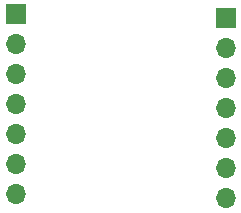
<source format=gbr>
%TF.GenerationSoftware,KiCad,Pcbnew,9.0.1*%
%TF.CreationDate,2025-05-20T23:52:45-04:00*%
%TF.ProjectId,IMU,494d552e-6b69-4636-9164-5f7063625858,rev?*%
%TF.SameCoordinates,Original*%
%TF.FileFunction,Soldermask,Bot*%
%TF.FilePolarity,Negative*%
%FSLAX46Y46*%
G04 Gerber Fmt 4.6, Leading zero omitted, Abs format (unit mm)*
G04 Created by KiCad (PCBNEW 9.0.1) date 2025-05-20 23:52:45*
%MOMM*%
%LPD*%
G01*
G04 APERTURE LIST*
%ADD10R,1.700000X1.700000*%
%ADD11O,1.700000X1.700000*%
G04 APERTURE END LIST*
D10*
%TO.C,J2*%
X123962000Y-91038000D03*
D11*
X123962000Y-93578000D03*
X123962000Y-96118000D03*
X123962000Y-98658000D03*
X123962000Y-101198000D03*
X123962000Y-103738000D03*
X123962000Y-106278000D03*
%TD*%
D10*
%TO.C,J1*%
X141742000Y-91328000D03*
D11*
X141742000Y-93868000D03*
X141742000Y-96408000D03*
X141742000Y-98948000D03*
X141742000Y-101488000D03*
X141742000Y-104028000D03*
X141742000Y-106568000D03*
%TD*%
M02*

</source>
